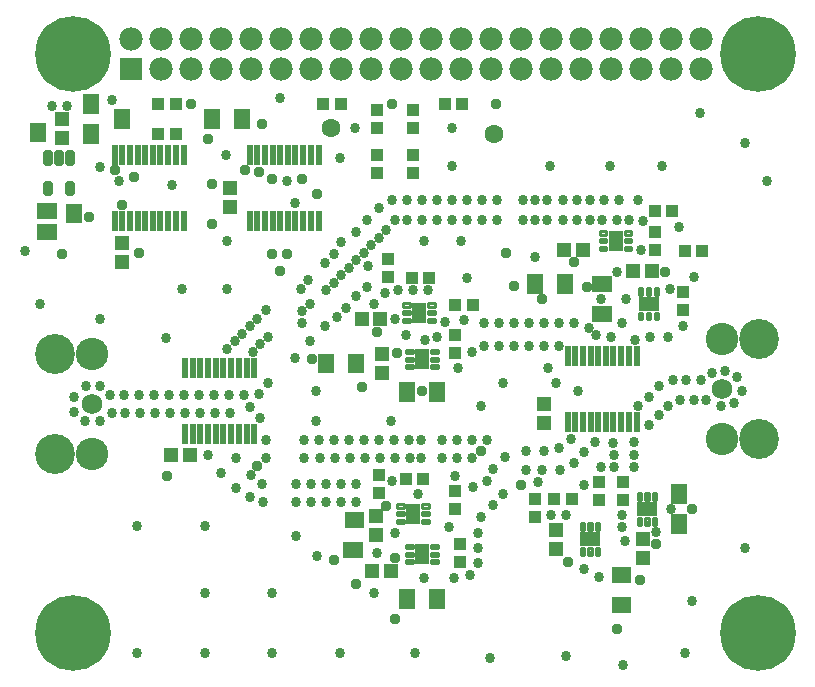
<source format=gbr>
G04 EAGLE Gerber RS-274X export*
G75*
%MOMM*%
%FSLAX34Y34*%
%LPD*%
%INSoldermask Top*%
%IPPOS*%
%AMOC8*
5,1,8,0,0,1.08239X$1,22.5*%
G01*
%ADD10R,1.981200X1.981200*%
%ADD11C,1.981200*%
%ADD12C,6.403200*%
%ADD13R,1.473200X0.838200*%
%ADD14R,1.003200X1.003200*%
%ADD15C,0.290575*%
%ADD16R,1.193800X1.803400*%
%ADD17C,0.499716*%
%ADD18R,0.838200X1.473200*%
%ADD19R,1.153200X1.203200*%
%ADD20R,1.803400X1.193800*%
%ADD21C,1.727200*%
%ADD22C,2.743200*%
%ADD23C,3.378200*%
%ADD24R,0.558800X1.676400*%
%ADD25R,1.203200X1.153200*%
%ADD26C,1.603200*%
%ADD27R,1.653200X1.353200*%
%ADD28C,0.859600*%
%ADD29C,0.959600*%


D10*
X121800Y525000D03*
D11*
X121800Y550400D03*
X147200Y525000D03*
X147200Y550400D03*
X172600Y525000D03*
X172600Y550400D03*
X198000Y525000D03*
X198000Y550400D03*
X223400Y525000D03*
X223400Y550400D03*
X248800Y525000D03*
X248800Y550400D03*
X274200Y525000D03*
X274200Y550400D03*
X299600Y525000D03*
X299600Y550400D03*
X325000Y525000D03*
X325000Y550400D03*
X350400Y525000D03*
X350400Y550400D03*
X375800Y525000D03*
X375800Y550400D03*
X401200Y525000D03*
X401200Y550400D03*
X426600Y525000D03*
X426600Y550400D03*
X452000Y525000D03*
X452000Y550400D03*
X477400Y525000D03*
X477400Y550400D03*
X502800Y525000D03*
X502800Y550400D03*
X528200Y525000D03*
X528200Y550400D03*
X553600Y525000D03*
X553600Y550400D03*
X579000Y525000D03*
X579000Y550400D03*
X604400Y525000D03*
X604400Y550400D03*
D12*
X73100Y47700D03*
X653100Y47700D03*
X653100Y537700D03*
X73100Y537700D03*
D13*
X87630Y499364D03*
X87630Y491236D03*
X114300Y486664D03*
X114300Y478536D03*
D14*
X396240Y152520D03*
X396240Y167520D03*
X331470Y166490D03*
X331470Y181490D03*
X400050Y123070D03*
X400050Y108070D03*
X354450Y177800D03*
X369450Y177800D03*
D15*
X375976Y109141D02*
X381706Y109141D01*
X381706Y106459D01*
X375976Y106459D01*
X375976Y109141D01*
X375976Y115641D02*
X381706Y115641D01*
X381706Y112959D01*
X375976Y112959D01*
X375976Y115641D01*
X375976Y122141D02*
X381706Y122141D01*
X381706Y119459D01*
X375976Y119459D01*
X375976Y122141D01*
X360624Y122141D02*
X354894Y122141D01*
X360624Y122141D02*
X360624Y119459D01*
X354894Y119459D01*
X354894Y122141D01*
X354894Y115641D02*
X360624Y115641D01*
X360624Y112959D01*
X354894Y112959D01*
X354894Y115641D01*
X354894Y109141D02*
X360624Y109141D01*
X360624Y106459D01*
X354894Y106459D01*
X354894Y109141D01*
D16*
X368300Y114300D03*
D14*
X159900Y469900D03*
X144900Y469900D03*
X159900Y495300D03*
X144900Y495300D03*
D13*
X215900Y486664D03*
X215900Y478536D03*
X190500Y478536D03*
X190500Y486664D03*
D17*
X68992Y453898D02*
X68992Y445862D01*
X68992Y453898D02*
X71928Y453898D01*
X71928Y445862D01*
X68992Y445862D01*
X68992Y450609D02*
X71928Y450609D01*
X59492Y453898D02*
X59492Y445862D01*
X59492Y453898D02*
X62428Y453898D01*
X62428Y445862D01*
X59492Y445862D01*
X59492Y450609D02*
X62428Y450609D01*
X49992Y453898D02*
X49992Y445862D01*
X49992Y453898D02*
X52928Y453898D01*
X52928Y445862D01*
X49992Y445862D01*
X49992Y450609D02*
X52928Y450609D01*
X49992Y427898D02*
X49992Y419862D01*
X49992Y427898D02*
X52928Y427898D01*
X52928Y419862D01*
X49992Y419862D01*
X49992Y424609D02*
X52928Y424609D01*
X68992Y427898D02*
X68992Y419862D01*
X68992Y427898D02*
X71928Y427898D01*
X71928Y419862D01*
X68992Y419862D01*
X68992Y424609D02*
X71928Y424609D01*
D13*
X87630Y465836D03*
X87630Y473964D03*
X73660Y398526D03*
X73660Y406654D03*
X43180Y467106D03*
X43180Y475234D03*
D15*
X368356Y143431D02*
X374086Y143431D01*
X374086Y140749D01*
X368356Y140749D01*
X368356Y143431D01*
X368356Y149931D02*
X374086Y149931D01*
X374086Y147249D01*
X368356Y147249D01*
X368356Y149931D01*
X368356Y156431D02*
X374086Y156431D01*
X374086Y153749D01*
X368356Y153749D01*
X368356Y156431D01*
X353004Y156431D02*
X347274Y156431D01*
X353004Y156431D02*
X353004Y153749D01*
X347274Y153749D01*
X347274Y156431D01*
X347274Y149931D02*
X353004Y149931D01*
X353004Y147249D01*
X347274Y147249D01*
X347274Y149931D01*
X347274Y143431D02*
X353004Y143431D01*
X353004Y140749D01*
X347274Y140749D01*
X347274Y143431D01*
D16*
X360680Y148590D03*
D18*
X315214Y143510D03*
X307086Y143510D03*
X313944Y118110D03*
X305816Y118110D03*
D13*
X355600Y72136D03*
X355600Y80264D03*
X381000Y72136D03*
X381000Y80264D03*
D14*
X396360Y325120D03*
X411360Y325120D03*
X339090Y349370D03*
X339090Y364370D03*
X396240Y299600D03*
X396240Y284600D03*
X359530Y347980D03*
X374530Y347980D03*
D15*
X375976Y274241D02*
X381706Y274241D01*
X381706Y271559D01*
X375976Y271559D01*
X375976Y274241D01*
X375976Y280741D02*
X381706Y280741D01*
X381706Y278059D01*
X375976Y278059D01*
X375976Y280741D01*
X375976Y287241D02*
X381706Y287241D01*
X381706Y284559D01*
X375976Y284559D01*
X375976Y287241D01*
X360624Y287241D02*
X354894Y287241D01*
X360624Y287241D02*
X360624Y284559D01*
X354894Y284559D01*
X354894Y287241D01*
X354894Y280741D02*
X360624Y280741D01*
X360624Y278059D01*
X354894Y278059D01*
X354894Y280741D01*
X354894Y274241D02*
X360624Y274241D01*
X360624Y271559D01*
X354894Y271559D01*
X354894Y274241D01*
D16*
X368300Y279400D03*
D15*
X373436Y313611D02*
X379166Y313611D01*
X379166Y310929D01*
X373436Y310929D01*
X373436Y313611D01*
X373436Y320111D02*
X379166Y320111D01*
X379166Y317429D01*
X373436Y317429D01*
X373436Y320111D01*
X373436Y326611D02*
X379166Y326611D01*
X379166Y323929D01*
X373436Y323929D01*
X373436Y326611D01*
X358084Y326611D02*
X352354Y326611D01*
X358084Y326611D02*
X358084Y323929D01*
X352354Y323929D01*
X352354Y326611D01*
X352354Y320111D02*
X358084Y320111D01*
X358084Y317429D01*
X352354Y317429D01*
X352354Y320111D01*
X352354Y313611D02*
X358084Y313611D01*
X358084Y310929D01*
X352354Y310929D01*
X352354Y313611D01*
D16*
X365760Y318770D03*
D13*
X287020Y279654D03*
X287020Y271526D03*
X312420Y279654D03*
X312420Y271526D03*
X355600Y247396D03*
X355600Y255524D03*
X381000Y247396D03*
X381000Y255524D03*
D19*
X333120Y313690D03*
X317120Y313690D03*
D14*
X518160Y160140D03*
X518160Y175140D03*
X463550Y161170D03*
X463550Y146170D03*
X538480Y160140D03*
X538480Y175140D03*
X480180Y161290D03*
X495180Y161290D03*
D15*
X563959Y160076D02*
X563959Y165806D01*
X566641Y165806D01*
X566641Y160076D01*
X563959Y160076D01*
X563959Y162837D02*
X566641Y162837D01*
X566641Y165598D02*
X563959Y165598D01*
X557459Y165806D02*
X557459Y160076D01*
X557459Y165806D02*
X560141Y165806D01*
X560141Y160076D01*
X557459Y160076D01*
X557459Y162837D02*
X560141Y162837D01*
X560141Y165598D02*
X557459Y165598D01*
X550959Y165806D02*
X550959Y160076D01*
X550959Y165806D02*
X553641Y165806D01*
X553641Y160076D01*
X550959Y160076D01*
X550959Y162837D02*
X553641Y162837D01*
X553641Y165598D02*
X550959Y165598D01*
X550959Y144724D02*
X550959Y138994D01*
X550959Y144724D02*
X553641Y144724D01*
X553641Y138994D01*
X550959Y138994D01*
X550959Y141755D02*
X553641Y141755D01*
X553641Y144516D02*
X550959Y144516D01*
X557459Y144724D02*
X557459Y138994D01*
X557459Y144724D02*
X560141Y144724D01*
X560141Y138994D01*
X557459Y138994D01*
X557459Y141755D02*
X560141Y141755D01*
X560141Y144516D02*
X557459Y144516D01*
X563959Y144724D02*
X563959Y138994D01*
X563959Y144724D02*
X566641Y144724D01*
X566641Y138994D01*
X563959Y138994D01*
X563959Y141755D02*
X566641Y141755D01*
X566641Y144516D02*
X563959Y144516D01*
D20*
X558800Y152400D03*
D15*
X515699Y140406D02*
X515699Y134676D01*
X515699Y140406D02*
X518381Y140406D01*
X518381Y134676D01*
X515699Y134676D01*
X515699Y137437D02*
X518381Y137437D01*
X518381Y140198D02*
X515699Y140198D01*
X509199Y140406D02*
X509199Y134676D01*
X509199Y140406D02*
X511881Y140406D01*
X511881Y134676D01*
X509199Y134676D01*
X509199Y137437D02*
X511881Y137437D01*
X511881Y140198D02*
X509199Y140198D01*
X502699Y140406D02*
X502699Y134676D01*
X502699Y140406D02*
X505381Y140406D01*
X505381Y134676D01*
X502699Y134676D01*
X502699Y137437D02*
X505381Y137437D01*
X505381Y140198D02*
X502699Y140198D01*
X502699Y119324D02*
X502699Y113594D01*
X502699Y119324D02*
X505381Y119324D01*
X505381Y113594D01*
X502699Y113594D01*
X502699Y116355D02*
X505381Y116355D01*
X505381Y119116D02*
X502699Y119116D01*
X509199Y119324D02*
X509199Y113594D01*
X509199Y119324D02*
X511881Y119324D01*
X511881Y113594D01*
X509199Y113594D01*
X509199Y116355D02*
X511881Y116355D01*
X511881Y119116D02*
X509199Y119116D01*
X515699Y119324D02*
X515699Y113594D01*
X515699Y119324D02*
X518381Y119324D01*
X518381Y113594D01*
X515699Y113594D01*
X515699Y116355D02*
X518381Y116355D01*
X518381Y119116D02*
X515699Y119116D01*
D20*
X510540Y127000D03*
D18*
X533146Y71120D03*
X541274Y71120D03*
X533146Y96520D03*
X541274Y96520D03*
D13*
X585470Y135636D03*
X585470Y143764D03*
X585470Y161036D03*
X585470Y169164D03*
D14*
X590670Y370840D03*
X605670Y370840D03*
X565270Y405130D03*
X580270Y405130D03*
X589280Y336430D03*
X589280Y321430D03*
X565150Y387230D03*
X565150Y372230D03*
D15*
X554911Y318714D02*
X554911Y312984D01*
X552229Y312984D01*
X552229Y318714D01*
X554911Y318714D01*
X554911Y315745D02*
X552229Y315745D01*
X552229Y318506D02*
X554911Y318506D01*
X561411Y318714D02*
X561411Y312984D01*
X558729Y312984D01*
X558729Y318714D01*
X561411Y318714D01*
X561411Y315745D02*
X558729Y315745D01*
X558729Y318506D02*
X561411Y318506D01*
X567911Y318714D02*
X567911Y312984D01*
X565229Y312984D01*
X565229Y318714D01*
X567911Y318714D01*
X567911Y315745D02*
X565229Y315745D01*
X565229Y318506D02*
X567911Y318506D01*
X567911Y334066D02*
X567911Y339796D01*
X567911Y334066D02*
X565229Y334066D01*
X565229Y339796D01*
X567911Y339796D01*
X567911Y336827D02*
X565229Y336827D01*
X565229Y339588D02*
X567911Y339588D01*
X561411Y339796D02*
X561411Y334066D01*
X558729Y334066D01*
X558729Y339796D01*
X561411Y339796D01*
X561411Y336827D02*
X558729Y336827D01*
X558729Y339588D02*
X561411Y339588D01*
X554911Y339796D02*
X554911Y334066D01*
X552229Y334066D01*
X552229Y339796D01*
X554911Y339796D01*
X554911Y336827D02*
X552229Y336827D01*
X552229Y339588D02*
X554911Y339588D01*
D20*
X560070Y326390D03*
D15*
X545536Y374571D02*
X539806Y374571D01*
X545536Y374571D02*
X545536Y371889D01*
X539806Y371889D01*
X539806Y374571D01*
X539806Y381071D02*
X545536Y381071D01*
X545536Y378389D01*
X539806Y378389D01*
X539806Y381071D01*
X539806Y387571D02*
X545536Y387571D01*
X545536Y384889D01*
X539806Y384889D01*
X539806Y387571D01*
X524454Y387571D02*
X518724Y387571D01*
X524454Y387571D02*
X524454Y384889D01*
X518724Y384889D01*
X518724Y387571D01*
X518724Y381071D02*
X524454Y381071D01*
X524454Y378389D01*
X518724Y378389D01*
X518724Y381071D01*
X518724Y374571D02*
X524454Y374571D01*
X524454Y371889D01*
X518724Y371889D01*
X518724Y374571D01*
D16*
X532130Y379730D03*
D13*
X463550Y346964D03*
X463550Y338836D03*
X488950Y346964D03*
X488950Y338836D03*
D18*
X516636Y342900D03*
X524764Y342900D03*
X516636Y317500D03*
X524764Y317500D03*
D21*
X622300Y254000D03*
D22*
X622300Y211455D03*
X622300Y296545D03*
D23*
X653796Y211455D03*
X653796Y296545D03*
D21*
X88900Y241300D03*
D22*
X88900Y283845D03*
X88900Y198755D03*
D23*
X57404Y283845D03*
X57404Y198755D03*
D24*
X222250Y395986D03*
X228600Y395986D03*
X235204Y395986D03*
X241808Y395986D03*
X248158Y395986D03*
X254762Y395986D03*
X261112Y395986D03*
X267716Y395986D03*
X274320Y395986D03*
X280670Y395986D03*
X280670Y452374D03*
X274320Y452374D03*
X267716Y452374D03*
X261112Y452374D03*
X254762Y452374D03*
X248158Y452374D03*
X241808Y452374D03*
X235204Y452374D03*
X228600Y452374D03*
X222250Y452374D03*
X491490Y225806D03*
X497840Y225806D03*
X504444Y225806D03*
X511048Y225806D03*
X517398Y225806D03*
X524002Y225806D03*
X530352Y225806D03*
X536956Y225806D03*
X543560Y225806D03*
X549910Y225806D03*
X549910Y282194D03*
X543560Y282194D03*
X536956Y282194D03*
X530352Y282194D03*
X524002Y282194D03*
X517398Y282194D03*
X511048Y282194D03*
X504444Y282194D03*
X497840Y282194D03*
X491490Y282194D03*
X107950Y395986D03*
X114300Y395986D03*
X120904Y395986D03*
X127508Y395986D03*
X133858Y395986D03*
X140462Y395986D03*
X146812Y395986D03*
X153416Y395986D03*
X160020Y395986D03*
X166370Y395986D03*
X166370Y452374D03*
X160020Y452374D03*
X153416Y452374D03*
X146812Y452374D03*
X140462Y452374D03*
X133858Y452374D03*
X127508Y452374D03*
X120904Y452374D03*
X114300Y452374D03*
X107950Y452374D03*
X167640Y215646D03*
X173990Y215646D03*
X180594Y215646D03*
X187198Y215646D03*
X193548Y215646D03*
X200152Y215646D03*
X206502Y215646D03*
X213106Y215646D03*
X219710Y215646D03*
X226060Y215646D03*
X226060Y272034D03*
X219710Y272034D03*
X213106Y272034D03*
X206502Y272034D03*
X200152Y272034D03*
X193548Y272034D03*
X187198Y272034D03*
X180594Y272034D03*
X173990Y272034D03*
X167640Y272034D03*
D19*
X342010Y100330D03*
X326010Y100330D03*
D25*
X328930Y146430D03*
X328930Y130430D03*
X334010Y283590D03*
X334010Y267590D03*
D19*
X171830Y198120D03*
X155830Y198120D03*
D25*
X471170Y241680D03*
X471170Y225680D03*
X114300Y377570D03*
X114300Y361570D03*
X205740Y408560D03*
X205740Y424560D03*
D19*
X504570Y372110D03*
X488570Y372110D03*
X546990Y354330D03*
X562990Y354330D03*
D25*
X554990Y111380D03*
X554990Y127380D03*
X481330Y135000D03*
X481330Y119000D03*
D14*
X284600Y495300D03*
X299600Y495300D03*
X360680Y437000D03*
X360680Y452000D03*
X360680Y490100D03*
X360680Y475100D03*
X330200Y490100D03*
X330200Y475100D03*
X402470Y495300D03*
X387470Y495300D03*
X330200Y437000D03*
X330200Y452000D03*
D26*
X290830Y474980D03*
X429260Y469900D03*
D25*
X63500Y466980D03*
X63500Y482980D03*
D27*
X50800Y405240D03*
X50800Y387240D03*
D28*
X267970Y210820D03*
X267970Y195580D03*
X281940Y195580D03*
X294640Y195580D03*
X307340Y195580D03*
X320040Y195580D03*
X332740Y195580D03*
X345440Y195580D03*
X358140Y195580D03*
X236220Y195580D03*
X210820Y195580D03*
X236220Y210820D03*
X186690Y198120D03*
X198120Y182880D03*
X210820Y170180D03*
X223520Y181610D03*
X222250Y162560D03*
X232410Y173990D03*
X233680Y158750D03*
X261620Y158750D03*
X261620Y173990D03*
X274320Y158750D03*
X274320Y173990D03*
X287020Y173990D03*
X299720Y173990D03*
X312420Y173990D03*
X287020Y158750D03*
X299720Y158750D03*
X312420Y158750D03*
X364490Y165100D03*
X342900Y176530D03*
X330200Y115570D03*
X345440Y132080D03*
X391160Y137160D03*
X369570Y93980D03*
X394970Y93980D03*
X327660Y81280D03*
X279400Y113030D03*
X261620Y129540D03*
X280670Y210820D03*
X293370Y210820D03*
X306070Y210820D03*
X318770Y210820D03*
X331470Y210820D03*
X344170Y210820D03*
X356870Y210820D03*
X367030Y210820D03*
X367030Y195580D03*
X384810Y195580D03*
X384810Y210820D03*
X397510Y195580D03*
X410210Y195580D03*
X397510Y210820D03*
X410210Y210820D03*
X422910Y210820D03*
X427990Y186690D03*
X438150Y196850D03*
X411480Y171450D03*
X396240Y180340D03*
X417830Y146050D03*
X427990Y156210D03*
X436880Y165100D03*
X422910Y176530D03*
X455930Y185420D03*
X455930Y201930D03*
X471170Y201930D03*
X483870Y204470D03*
X494030Y212090D03*
X469900Y185420D03*
X485140Y185420D03*
X496570Y191770D03*
X505460Y200660D03*
X514350Y209550D03*
X505460Y172720D03*
X477520Y147320D03*
X490220Y147320D03*
X466090Y175260D03*
X519430Y187960D03*
X530860Y187960D03*
X547370Y187960D03*
X547370Y198120D03*
X530860Y198120D03*
X529590Y208280D03*
X547370Y209550D03*
X537210Y147320D03*
X537210Y137160D03*
X539750Y125730D03*
X505460Y101600D03*
X518160Y95250D03*
X566420Y133350D03*
X579120Y152400D03*
X608330Y245110D03*
X604520Y261620D03*
X591820Y261620D03*
X580390Y261620D03*
X568960Y256540D03*
X560070Y247650D03*
X551180Y240030D03*
X560070Y223520D03*
X568960Y232410D03*
X576580Y240030D03*
X586740Y245110D03*
X598170Y245110D03*
X621030Y240030D03*
X632460Y242570D03*
X638810Y252730D03*
X635000Y264160D03*
X624840Y269240D03*
X613410Y267970D03*
X548640Y295910D03*
X528320Y298450D03*
X537210Y309880D03*
X561340Y298450D03*
X576580Y298450D03*
X589280Y307340D03*
X577850Y339090D03*
X598170Y349250D03*
X585470Y391160D03*
X554990Y396240D03*
X553720Y372110D03*
X541020Y330200D03*
X519430Y330200D03*
X533400Y353060D03*
X463550Y365760D03*
X543560Y397510D03*
X533400Y397510D03*
X520700Y397510D03*
X499110Y397510D03*
X510540Y397510D03*
X487680Y397510D03*
X473710Y397510D03*
X453390Y397510D03*
X551180Y414020D03*
X534670Y414020D03*
X521970Y414020D03*
X510540Y414020D03*
X499110Y414020D03*
X487680Y414020D03*
X473710Y414020D03*
X463550Y397510D03*
X463550Y414020D03*
X453390Y414020D03*
X431800Y397510D03*
X431800Y414020D03*
X419100Y414020D03*
X419100Y397510D03*
X406400Y414020D03*
X393700Y414020D03*
X381000Y414020D03*
X368300Y414020D03*
X355600Y414020D03*
X342900Y414020D03*
X406400Y397510D03*
X393700Y397510D03*
X381000Y397510D03*
X368300Y397510D03*
X355600Y397510D03*
X345440Y397510D03*
X337820Y388620D03*
X331470Y407670D03*
X321310Y397510D03*
X312420Y387350D03*
X299720Y378460D03*
X293370Y368300D03*
X285750Y360680D03*
X271780Y346710D03*
X331470Y382270D03*
X325120Y375920D03*
X318770Y369570D03*
X312420Y363220D03*
X306070Y356870D03*
X299720Y350520D03*
X293370Y344170D03*
X287020Y337820D03*
X273050Y326390D03*
X265430Y339090D03*
X266700Y320040D03*
X237490Y298450D03*
X236220Y321310D03*
X228600Y313690D03*
X222250Y307340D03*
X215900Y300990D03*
X209550Y294640D03*
X203200Y288290D03*
X231140Y292100D03*
X224790Y285750D03*
X336550Y335280D03*
X347980Y337820D03*
X360680Y337820D03*
X373380Y337820D03*
X403860Y312420D03*
X387350Y311150D03*
X381000Y298450D03*
X370840Y295910D03*
X354330Y299720D03*
X345440Y313690D03*
X327660Y326390D03*
X369570Y379730D03*
X322580Y358140D03*
X401320Y379730D03*
X321310Y340360D03*
X312420Y332740D03*
X303530Y322580D03*
X295910Y314960D03*
X285750Y307340D03*
X266700Y309880D03*
X273050Y294640D03*
X260350Y280670D03*
X237490Y259080D03*
X229870Y250190D03*
X217170Y248920D03*
X204470Y248920D03*
X191770Y248920D03*
X179070Y248920D03*
X166370Y248920D03*
X153670Y248920D03*
X140970Y248920D03*
X128270Y248920D03*
X115570Y248920D03*
X104140Y248920D03*
X95250Y256540D03*
X83820Y256540D03*
X73660Y247650D03*
X73660Y234950D03*
X82550Y227330D03*
X95250Y227330D03*
X105410Y233680D03*
X116840Y233680D03*
X129540Y233680D03*
X142240Y233680D03*
X154940Y233680D03*
X167640Y233680D03*
X180340Y233680D03*
X193040Y233680D03*
X205740Y233680D03*
X222250Y238760D03*
X231140Y229870D03*
X515620Y299720D03*
X509270Y306070D03*
X496570Y309880D03*
X483870Y309880D03*
X471170Y309880D03*
X458470Y309880D03*
X445770Y309880D03*
X433070Y309880D03*
X420370Y309880D03*
X483870Y290830D03*
X471170Y290830D03*
X458470Y290830D03*
X445770Y290830D03*
X433070Y290830D03*
X420370Y290830D03*
X410210Y285750D03*
X398780Y271780D03*
X415290Y132080D03*
X415290Y119380D03*
X415290Y106680D03*
X408940Y96520D03*
X127000Y138430D03*
X184150Y138430D03*
X127000Y30480D03*
X184150Y30480D03*
X241300Y30480D03*
X298450Y30480D03*
X361950Y30480D03*
X425450Y26670D03*
X490220Y27940D03*
X538480Y20320D03*
X590550Y30480D03*
X596900Y74930D03*
X641350Y119380D03*
X476250Y443230D03*
X527050Y443230D03*
X571500Y443230D03*
X603250Y487680D03*
X641350Y462280D03*
X660400Y430530D03*
X203200Y339090D03*
X165100Y339090D03*
X31750Y370840D03*
X44450Y326390D03*
X95250Y313690D03*
X156210Y426720D03*
X95250Y441960D03*
X201930Y452120D03*
X393700Y443230D03*
X393700Y474980D03*
X311150Y474980D03*
X298450Y449580D03*
X247650Y500380D03*
X260350Y411480D03*
X254000Y430530D03*
X203200Y379730D03*
X500380Y252730D03*
X481330Y259080D03*
X474980Y271780D03*
X436880Y259080D03*
X417830Y240030D03*
X341630Y227330D03*
X278130Y227330D03*
X278130Y252730D03*
X241300Y81280D03*
X184150Y81280D03*
X406400Y347980D03*
X111760Y430530D03*
X151130Y297180D03*
X105410Y499110D03*
X54610Y494030D03*
X67310Y494030D03*
D29*
X337590Y155090D03*
X566420Y123190D03*
X491490Y107950D03*
X345764Y111436D03*
X345440Y59690D03*
X346710Y284558D03*
X330200Y302260D03*
X496570Y361950D03*
X574040Y353060D03*
X172720Y495300D03*
X232410Y478790D03*
X190500Y427284D03*
X190500Y393700D03*
X86492Y399918D03*
X114300Y410210D03*
X228600Y189230D03*
X152255Y180485D03*
X107950Y439420D03*
X218440Y439420D03*
X430530Y495300D03*
X342900Y495300D03*
X124460Y433352D03*
X229870Y438150D03*
X452060Y172660D03*
X417830Y201930D03*
X508000Y340896D03*
X469900Y330200D03*
X439420Y369570D03*
X266700Y431800D03*
X445770Y341630D03*
X186690Y466090D03*
X552450Y92710D03*
X596900Y152400D03*
X241300Y368300D03*
X368300Y252730D03*
X317500Y256004D03*
X279400Y419100D03*
X63500Y368300D03*
X128270Y369570D03*
X312420Y88900D03*
X293370Y109220D03*
X254000Y368300D03*
X275364Y279400D03*
X241300Y431800D03*
X247650Y354330D03*
X533400Y50800D03*
M02*

</source>
